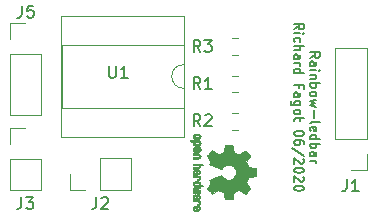
<source format=gto>
%TF.GenerationSoftware,KiCad,Pcbnew,(5.1.6)-1*%
%TF.CreationDate,2020-09-24T16:39:52+02:00*%
%TF.ProjectId,rainbow-ledbar-CMS,7261696e-626f-4772-9d6c-65646261722d,rev?*%
%TF.SameCoordinates,Original*%
%TF.FileFunction,Legend,Top*%
%TF.FilePolarity,Positive*%
%FSLAX46Y46*%
G04 Gerber Fmt 4.6, Leading zero omitted, Abs format (unit mm)*
G04 Created by KiCad (PCBNEW (5.1.6)-1) date 2020-09-24 16:39:52*
%MOMM*%
%LPD*%
G01*
G04 APERTURE LIST*
%ADD10C,0.150000*%
%ADD11C,0.010000*%
%ADD12C,0.120000*%
G04 APERTURE END LIST*
D10*
X167613095Y-77159523D02*
X167994047Y-76892857D01*
X167613095Y-76702380D02*
X168413095Y-76702380D01*
X168413095Y-77007142D01*
X168375000Y-77083333D01*
X168336904Y-77121428D01*
X168260714Y-77159523D01*
X168146428Y-77159523D01*
X168070238Y-77121428D01*
X168032142Y-77083333D01*
X167994047Y-77007142D01*
X167994047Y-76702380D01*
X167613095Y-77845238D02*
X168032142Y-77845238D01*
X168108333Y-77807142D01*
X168146428Y-77730952D01*
X168146428Y-77578571D01*
X168108333Y-77502380D01*
X167651190Y-77845238D02*
X167613095Y-77769047D01*
X167613095Y-77578571D01*
X167651190Y-77502380D01*
X167727380Y-77464285D01*
X167803571Y-77464285D01*
X167879761Y-77502380D01*
X167917857Y-77578571D01*
X167917857Y-77769047D01*
X167955952Y-77845238D01*
X167613095Y-78226190D02*
X168146428Y-78226190D01*
X168413095Y-78226190D02*
X168375000Y-78188095D01*
X168336904Y-78226190D01*
X168375000Y-78264285D01*
X168413095Y-78226190D01*
X168336904Y-78226190D01*
X168146428Y-78607142D02*
X167613095Y-78607142D01*
X168070238Y-78607142D02*
X168108333Y-78645238D01*
X168146428Y-78721428D01*
X168146428Y-78835714D01*
X168108333Y-78911904D01*
X168032142Y-78950000D01*
X167613095Y-78950000D01*
X167613095Y-79330952D02*
X168413095Y-79330952D01*
X168108333Y-79330952D02*
X168146428Y-79407142D01*
X168146428Y-79559523D01*
X168108333Y-79635714D01*
X168070238Y-79673809D01*
X167994047Y-79711904D01*
X167765476Y-79711904D01*
X167689285Y-79673809D01*
X167651190Y-79635714D01*
X167613095Y-79559523D01*
X167613095Y-79407142D01*
X167651190Y-79330952D01*
X167613095Y-80169047D02*
X167651190Y-80092857D01*
X167689285Y-80054761D01*
X167765476Y-80016666D01*
X167994047Y-80016666D01*
X168070238Y-80054761D01*
X168108333Y-80092857D01*
X168146428Y-80169047D01*
X168146428Y-80283333D01*
X168108333Y-80359523D01*
X168070238Y-80397619D01*
X167994047Y-80435714D01*
X167765476Y-80435714D01*
X167689285Y-80397619D01*
X167651190Y-80359523D01*
X167613095Y-80283333D01*
X167613095Y-80169047D01*
X168146428Y-80702380D02*
X167613095Y-80854761D01*
X167994047Y-81007142D01*
X167613095Y-81159523D01*
X168146428Y-81311904D01*
X167917857Y-81616666D02*
X167917857Y-82226190D01*
X167613095Y-82721428D02*
X167651190Y-82645238D01*
X167727380Y-82607142D01*
X168413095Y-82607142D01*
X167651190Y-83330952D02*
X167613095Y-83254761D01*
X167613095Y-83102380D01*
X167651190Y-83026190D01*
X167727380Y-82988095D01*
X168032142Y-82988095D01*
X168108333Y-83026190D01*
X168146428Y-83102380D01*
X168146428Y-83254761D01*
X168108333Y-83330952D01*
X168032142Y-83369047D01*
X167955952Y-83369047D01*
X167879761Y-82988095D01*
X167613095Y-84054761D02*
X168413095Y-84054761D01*
X167651190Y-84054761D02*
X167613095Y-83978571D01*
X167613095Y-83826190D01*
X167651190Y-83750000D01*
X167689285Y-83711904D01*
X167765476Y-83673809D01*
X167994047Y-83673809D01*
X168070238Y-83711904D01*
X168108333Y-83750000D01*
X168146428Y-83826190D01*
X168146428Y-83978571D01*
X168108333Y-84054761D01*
X167613095Y-84435714D02*
X168413095Y-84435714D01*
X168108333Y-84435714D02*
X168146428Y-84511904D01*
X168146428Y-84664285D01*
X168108333Y-84740476D01*
X168070238Y-84778571D01*
X167994047Y-84816666D01*
X167765476Y-84816666D01*
X167689285Y-84778571D01*
X167651190Y-84740476D01*
X167613095Y-84664285D01*
X167613095Y-84511904D01*
X167651190Y-84435714D01*
X167613095Y-85502380D02*
X168032142Y-85502380D01*
X168108333Y-85464285D01*
X168146428Y-85388095D01*
X168146428Y-85235714D01*
X168108333Y-85159523D01*
X167651190Y-85502380D02*
X167613095Y-85426190D01*
X167613095Y-85235714D01*
X167651190Y-85159523D01*
X167727380Y-85121428D01*
X167803571Y-85121428D01*
X167879761Y-85159523D01*
X167917857Y-85235714D01*
X167917857Y-85426190D01*
X167955952Y-85502380D01*
X167613095Y-85883333D02*
X168146428Y-85883333D01*
X167994047Y-85883333D02*
X168070238Y-85921428D01*
X168108333Y-85959523D01*
X168146428Y-86035714D01*
X168146428Y-86111904D01*
X166263095Y-74759523D02*
X166644047Y-74492857D01*
X166263095Y-74302380D02*
X167063095Y-74302380D01*
X167063095Y-74607142D01*
X167025000Y-74683333D01*
X166986904Y-74721428D01*
X166910714Y-74759523D01*
X166796428Y-74759523D01*
X166720238Y-74721428D01*
X166682142Y-74683333D01*
X166644047Y-74607142D01*
X166644047Y-74302380D01*
X166263095Y-75102380D02*
X166796428Y-75102380D01*
X167063095Y-75102380D02*
X167025000Y-75064285D01*
X166986904Y-75102380D01*
X167025000Y-75140476D01*
X167063095Y-75102380D01*
X166986904Y-75102380D01*
X166301190Y-75826190D02*
X166263095Y-75750000D01*
X166263095Y-75597619D01*
X166301190Y-75521428D01*
X166339285Y-75483333D01*
X166415476Y-75445238D01*
X166644047Y-75445238D01*
X166720238Y-75483333D01*
X166758333Y-75521428D01*
X166796428Y-75597619D01*
X166796428Y-75750000D01*
X166758333Y-75826190D01*
X166263095Y-76169047D02*
X167063095Y-76169047D01*
X166263095Y-76511904D02*
X166682142Y-76511904D01*
X166758333Y-76473809D01*
X166796428Y-76397619D01*
X166796428Y-76283333D01*
X166758333Y-76207142D01*
X166720238Y-76169047D01*
X166263095Y-77235714D02*
X166682142Y-77235714D01*
X166758333Y-77197619D01*
X166796428Y-77121428D01*
X166796428Y-76969047D01*
X166758333Y-76892857D01*
X166301190Y-77235714D02*
X166263095Y-77159523D01*
X166263095Y-76969047D01*
X166301190Y-76892857D01*
X166377380Y-76854761D01*
X166453571Y-76854761D01*
X166529761Y-76892857D01*
X166567857Y-76969047D01*
X166567857Y-77159523D01*
X166605952Y-77235714D01*
X166263095Y-77616666D02*
X166796428Y-77616666D01*
X166644047Y-77616666D02*
X166720238Y-77654761D01*
X166758333Y-77692857D01*
X166796428Y-77769047D01*
X166796428Y-77845238D01*
X166263095Y-78454761D02*
X167063095Y-78454761D01*
X166301190Y-78454761D02*
X166263095Y-78378571D01*
X166263095Y-78226190D01*
X166301190Y-78150000D01*
X166339285Y-78111904D01*
X166415476Y-78073809D01*
X166644047Y-78073809D01*
X166720238Y-78111904D01*
X166758333Y-78150000D01*
X166796428Y-78226190D01*
X166796428Y-78378571D01*
X166758333Y-78454761D01*
X166682142Y-79711904D02*
X166682142Y-79445238D01*
X166263095Y-79445238D02*
X167063095Y-79445238D01*
X167063095Y-79826190D01*
X166263095Y-80473809D02*
X166682142Y-80473809D01*
X166758333Y-80435714D01*
X166796428Y-80359523D01*
X166796428Y-80207142D01*
X166758333Y-80130952D01*
X166301190Y-80473809D02*
X166263095Y-80397619D01*
X166263095Y-80207142D01*
X166301190Y-80130952D01*
X166377380Y-80092857D01*
X166453571Y-80092857D01*
X166529761Y-80130952D01*
X166567857Y-80207142D01*
X166567857Y-80397619D01*
X166605952Y-80473809D01*
X166796428Y-81197619D02*
X166148809Y-81197619D01*
X166072619Y-81159523D01*
X166034523Y-81121428D01*
X165996428Y-81045238D01*
X165996428Y-80930952D01*
X166034523Y-80854761D01*
X166301190Y-81197619D02*
X166263095Y-81121428D01*
X166263095Y-80969047D01*
X166301190Y-80892857D01*
X166339285Y-80854761D01*
X166415476Y-80816666D01*
X166644047Y-80816666D01*
X166720238Y-80854761D01*
X166758333Y-80892857D01*
X166796428Y-80969047D01*
X166796428Y-81121428D01*
X166758333Y-81197619D01*
X166263095Y-81692857D02*
X166301190Y-81616666D01*
X166339285Y-81578571D01*
X166415476Y-81540476D01*
X166644047Y-81540476D01*
X166720238Y-81578571D01*
X166758333Y-81616666D01*
X166796428Y-81692857D01*
X166796428Y-81807142D01*
X166758333Y-81883333D01*
X166720238Y-81921428D01*
X166644047Y-81959523D01*
X166415476Y-81959523D01*
X166339285Y-81921428D01*
X166301190Y-81883333D01*
X166263095Y-81807142D01*
X166263095Y-81692857D01*
X166796428Y-82188095D02*
X166796428Y-82492857D01*
X167063095Y-82302380D02*
X166377380Y-82302380D01*
X166301190Y-82340476D01*
X166263095Y-82416666D01*
X166263095Y-82492857D01*
X167063095Y-83521428D02*
X167063095Y-83597619D01*
X167025000Y-83673809D01*
X166986904Y-83711904D01*
X166910714Y-83750000D01*
X166758333Y-83788095D01*
X166567857Y-83788095D01*
X166415476Y-83750000D01*
X166339285Y-83711904D01*
X166301190Y-83673809D01*
X166263095Y-83597619D01*
X166263095Y-83521428D01*
X166301190Y-83445238D01*
X166339285Y-83407142D01*
X166415476Y-83369047D01*
X166567857Y-83330952D01*
X166758333Y-83330952D01*
X166910714Y-83369047D01*
X166986904Y-83407142D01*
X167025000Y-83445238D01*
X167063095Y-83521428D01*
X167063095Y-84473809D02*
X167063095Y-84321428D01*
X167025000Y-84245238D01*
X166986904Y-84207142D01*
X166872619Y-84130952D01*
X166720238Y-84092857D01*
X166415476Y-84092857D01*
X166339285Y-84130952D01*
X166301190Y-84169047D01*
X166263095Y-84245238D01*
X166263095Y-84397619D01*
X166301190Y-84473809D01*
X166339285Y-84511904D01*
X166415476Y-84550000D01*
X166605952Y-84550000D01*
X166682142Y-84511904D01*
X166720238Y-84473809D01*
X166758333Y-84397619D01*
X166758333Y-84245238D01*
X166720238Y-84169047D01*
X166682142Y-84130952D01*
X166605952Y-84092857D01*
X167101190Y-85464285D02*
X166072619Y-84778571D01*
X166986904Y-85692857D02*
X167025000Y-85730952D01*
X167063095Y-85807142D01*
X167063095Y-85997619D01*
X167025000Y-86073809D01*
X166986904Y-86111904D01*
X166910714Y-86150000D01*
X166834523Y-86150000D01*
X166720238Y-86111904D01*
X166263095Y-85654761D01*
X166263095Y-86150000D01*
X167063095Y-86645238D02*
X167063095Y-86721428D01*
X167025000Y-86797619D01*
X166986904Y-86835714D01*
X166910714Y-86873809D01*
X166758333Y-86911904D01*
X166567857Y-86911904D01*
X166415476Y-86873809D01*
X166339285Y-86835714D01*
X166301190Y-86797619D01*
X166263095Y-86721428D01*
X166263095Y-86645238D01*
X166301190Y-86569047D01*
X166339285Y-86530952D01*
X166415476Y-86492857D01*
X166567857Y-86454761D01*
X166758333Y-86454761D01*
X166910714Y-86492857D01*
X166986904Y-86530952D01*
X167025000Y-86569047D01*
X167063095Y-86645238D01*
X166986904Y-87216666D02*
X167025000Y-87254761D01*
X167063095Y-87330952D01*
X167063095Y-87521428D01*
X167025000Y-87597619D01*
X166986904Y-87635714D01*
X166910714Y-87673809D01*
X166834523Y-87673809D01*
X166720238Y-87635714D01*
X166263095Y-87178571D01*
X166263095Y-87673809D01*
X167063095Y-88169047D02*
X167063095Y-88245238D01*
X167025000Y-88321428D01*
X166986904Y-88359523D01*
X166910714Y-88397619D01*
X166758333Y-88435714D01*
X166567857Y-88435714D01*
X166415476Y-88397619D01*
X166339285Y-88359523D01*
X166301190Y-88321428D01*
X166263095Y-88245238D01*
X166263095Y-88169047D01*
X166301190Y-88092857D01*
X166339285Y-88054761D01*
X166415476Y-88016666D01*
X166567857Y-87978571D01*
X166758333Y-87978571D01*
X166910714Y-88016666D01*
X166986904Y-88054761D01*
X167025000Y-88092857D01*
X167063095Y-88169047D01*
D11*
%TO.C,REF\u002A\u002A*%
G36*
X163007652Y-86953910D02*
G01*
X163007222Y-87032454D01*
X163006058Y-87089298D01*
X163003793Y-87128105D01*
X163000060Y-87152538D01*
X162994494Y-87166262D01*
X162986727Y-87172940D01*
X162976395Y-87176236D01*
X162975057Y-87176556D01*
X162950921Y-87181562D01*
X162903299Y-87190829D01*
X162837259Y-87203392D01*
X162757872Y-87218287D01*
X162670204Y-87234551D01*
X162667125Y-87235119D01*
X162581211Y-87251410D01*
X162505304Y-87266652D01*
X162443955Y-87279861D01*
X162401718Y-87290054D01*
X162383145Y-87296248D01*
X162382816Y-87296543D01*
X162373747Y-87314788D01*
X162358633Y-87352405D01*
X162340738Y-87401271D01*
X162340642Y-87401543D01*
X162317507Y-87463093D01*
X162288035Y-87535657D01*
X162258403Y-87604057D01*
X162256938Y-87607294D01*
X162206374Y-87718702D01*
X162374840Y-87965399D01*
X162426197Y-88041077D01*
X162472111Y-88109631D01*
X162509970Y-88167088D01*
X162537163Y-88209476D01*
X162551079Y-88232825D01*
X162552111Y-88235042D01*
X162547516Y-88252010D01*
X162525345Y-88283701D01*
X162484553Y-88331352D01*
X162424095Y-88396198D01*
X162359773Y-88462397D01*
X162296388Y-88526214D01*
X162238549Y-88583329D01*
X162189825Y-88630305D01*
X162153790Y-88663703D01*
X162134016Y-88680085D01*
X162132998Y-88680694D01*
X162119428Y-88682505D01*
X162097267Y-88675683D01*
X162063522Y-88658540D01*
X162015200Y-88629393D01*
X161949308Y-88586555D01*
X161864483Y-88529448D01*
X161789823Y-88478766D01*
X161722860Y-88433461D01*
X161667484Y-88396150D01*
X161627580Y-88369452D01*
X161607038Y-88355985D01*
X161605644Y-88355137D01*
X161585962Y-88356781D01*
X161547707Y-88369245D01*
X161498111Y-88390048D01*
X161482272Y-88397462D01*
X161411710Y-88429814D01*
X161331647Y-88464328D01*
X161262371Y-88492365D01*
X161210955Y-88512568D01*
X161171881Y-88528615D01*
X161151459Y-88537888D01*
X161149886Y-88539041D01*
X161147279Y-88556096D01*
X161140137Y-88596298D01*
X161129477Y-88654302D01*
X161116315Y-88724763D01*
X161101667Y-88802335D01*
X161086551Y-88881672D01*
X161071982Y-88957431D01*
X161058978Y-89024264D01*
X161048555Y-89076828D01*
X161041730Y-89109776D01*
X161039801Y-89117857D01*
X161035038Y-89126205D01*
X161024282Y-89132506D01*
X161003902Y-89137045D01*
X160970266Y-89140104D01*
X160919745Y-89141967D01*
X160848708Y-89142918D01*
X160753524Y-89143240D01*
X160714508Y-89143257D01*
X160397201Y-89143257D01*
X160382161Y-89067057D01*
X160374005Y-89024663D01*
X160362101Y-88961400D01*
X160347884Y-88884962D01*
X160332790Y-88803043D01*
X160328645Y-88780400D01*
X160313947Y-88704806D01*
X160299495Y-88638953D01*
X160286625Y-88588366D01*
X160276678Y-88558574D01*
X160273713Y-88553612D01*
X160252717Y-88541426D01*
X160212033Y-88523953D01*
X160159678Y-88504577D01*
X160148400Y-88500734D01*
X160078477Y-88475339D01*
X159999582Y-88443817D01*
X159928734Y-88412969D01*
X159928405Y-88412817D01*
X159817267Y-88361447D01*
X159568747Y-88530399D01*
X159320228Y-88699352D01*
X159102942Y-88482429D01*
X159038274Y-88416819D01*
X158981267Y-88356979D01*
X158934967Y-88306267D01*
X158902416Y-88268046D01*
X158886657Y-88245675D01*
X158885657Y-88242466D01*
X158893531Y-88223626D01*
X158915422Y-88185180D01*
X158948733Y-88131330D01*
X158990869Y-88066276D01*
X159038057Y-87995940D01*
X159086190Y-87924555D01*
X159128072Y-87860908D01*
X159161129Y-87809041D01*
X159182782Y-87772995D01*
X159190457Y-87756867D01*
X159183963Y-87737189D01*
X159166850Y-87699875D01*
X159142674Y-87652621D01*
X159139987Y-87647612D01*
X159108073Y-87583977D01*
X159092421Y-87540341D01*
X159092255Y-87513202D01*
X159106796Y-87499057D01*
X159107000Y-87498975D01*
X159124221Y-87491905D01*
X159165101Y-87475042D01*
X159226475Y-87449695D01*
X159305181Y-87417171D01*
X159398053Y-87378778D01*
X159501928Y-87335822D01*
X159602498Y-87294222D01*
X159713484Y-87248504D01*
X159816297Y-87206526D01*
X159907785Y-87169548D01*
X159984799Y-87138827D01*
X160044185Y-87115622D01*
X160082791Y-87101190D01*
X160097200Y-87096743D01*
X160113728Y-87107896D01*
X160140070Y-87137069D01*
X160169113Y-87175971D01*
X160260961Y-87286757D01*
X160366241Y-87373351D01*
X160482734Y-87434716D01*
X160608224Y-87469815D01*
X160740493Y-87477608D01*
X160801543Y-87471943D01*
X160928205Y-87441078D01*
X161040059Y-87387920D01*
X161135999Y-87315767D01*
X161214924Y-87227917D01*
X161275730Y-87127665D01*
X161317313Y-87018310D01*
X161338572Y-86903147D01*
X161338401Y-86785475D01*
X161315699Y-86668590D01*
X161269362Y-86555789D01*
X161198287Y-86450369D01*
X161158089Y-86406368D01*
X161054871Y-86321979D01*
X160942075Y-86263222D01*
X160822990Y-86229704D01*
X160700905Y-86221035D01*
X160579107Y-86236823D01*
X160460884Y-86276678D01*
X160349525Y-86340207D01*
X160248316Y-86427021D01*
X160169113Y-86524029D01*
X160138838Y-86564437D01*
X160112781Y-86592982D01*
X160097175Y-86603257D01*
X160080157Y-86597877D01*
X160039500Y-86582575D01*
X159978358Y-86558612D01*
X159899881Y-86527244D01*
X159807220Y-86489732D01*
X159703528Y-86447333D01*
X159602474Y-86405663D01*
X159491393Y-86359690D01*
X159388459Y-86317107D01*
X159296835Y-86279221D01*
X159219684Y-86247340D01*
X159160169Y-86222771D01*
X159121456Y-86206820D01*
X159107000Y-86200910D01*
X159092315Y-86186948D01*
X159092358Y-86159940D01*
X159107901Y-86116413D01*
X159139716Y-86052890D01*
X159139987Y-86052388D01*
X159164677Y-86004560D01*
X159182662Y-85965897D01*
X159190386Y-85944095D01*
X159190457Y-85943133D01*
X159182622Y-85926721D01*
X159160835Y-85890487D01*
X159127672Y-85838474D01*
X159085709Y-85774725D01*
X159038057Y-85704060D01*
X158989809Y-85632116D01*
X158947849Y-85567274D01*
X158914773Y-85513735D01*
X158893179Y-85475697D01*
X158885657Y-85457533D01*
X158895543Y-85440808D01*
X158923174Y-85407180D01*
X158965505Y-85360010D01*
X159019495Y-85302658D01*
X159082101Y-85238484D01*
X159103017Y-85217497D01*
X159320377Y-85000499D01*
X159562780Y-85165668D01*
X159637219Y-85215864D01*
X159704028Y-85259919D01*
X159759335Y-85295362D01*
X159799271Y-85319719D01*
X159819964Y-85330522D01*
X159821437Y-85330838D01*
X159840942Y-85325143D01*
X159880178Y-85309826D01*
X159932570Y-85287537D01*
X159967645Y-85271893D01*
X160034799Y-85242641D01*
X160102642Y-85215094D01*
X160159966Y-85193737D01*
X160177428Y-85187935D01*
X160224062Y-85171452D01*
X160260095Y-85155340D01*
X160273713Y-85146490D01*
X160282048Y-85126960D01*
X160293863Y-85084334D01*
X160307819Y-85024145D01*
X160322578Y-84951922D01*
X160328645Y-84919600D01*
X160343727Y-84837522D01*
X160358331Y-84758795D01*
X160371020Y-84691109D01*
X160380358Y-84642160D01*
X160382161Y-84632943D01*
X160397201Y-84556743D01*
X160714508Y-84556743D01*
X160818846Y-84556914D01*
X160897787Y-84557616D01*
X160954962Y-84559134D01*
X160994001Y-84561749D01*
X161018535Y-84565746D01*
X161032195Y-84571409D01*
X161038611Y-84579020D01*
X161039801Y-84582143D01*
X161044020Y-84600978D01*
X161052438Y-84642588D01*
X161064039Y-84701630D01*
X161077805Y-84772757D01*
X161092720Y-84850625D01*
X161107768Y-84929887D01*
X161121931Y-85005198D01*
X161134194Y-85071213D01*
X161143539Y-85122587D01*
X161148950Y-85153975D01*
X161149886Y-85160959D01*
X161162404Y-85167285D01*
X161195754Y-85181290D01*
X161243623Y-85200355D01*
X161262371Y-85207634D01*
X161334805Y-85236996D01*
X161414830Y-85271571D01*
X161482272Y-85302537D01*
X161533841Y-85325323D01*
X161576215Y-85340482D01*
X161602166Y-85345542D01*
X161605644Y-85344736D01*
X161622064Y-85334041D01*
X161658583Y-85309620D01*
X161711313Y-85274095D01*
X161776365Y-85230087D01*
X161849849Y-85180217D01*
X161864355Y-85170356D01*
X161950296Y-85112492D01*
X162015739Y-85069956D01*
X162063696Y-85041054D01*
X162097180Y-85024090D01*
X162119205Y-85017367D01*
X162132783Y-85019190D01*
X162132869Y-85019236D01*
X162150703Y-85033586D01*
X162185183Y-85065323D01*
X162232732Y-85111010D01*
X162289778Y-85167204D01*
X162352745Y-85230468D01*
X162359773Y-85237602D01*
X162436980Y-85317330D01*
X162493670Y-85378857D01*
X162530890Y-85423421D01*
X162549685Y-85452257D01*
X162552111Y-85464958D01*
X162541529Y-85483494D01*
X162517084Y-85521961D01*
X162481388Y-85576386D01*
X162437053Y-85642798D01*
X162386689Y-85717225D01*
X162374840Y-85734601D01*
X162206374Y-85981297D01*
X162256938Y-86092706D01*
X162286405Y-86160457D01*
X162316041Y-86233183D01*
X162339670Y-86295703D01*
X162340642Y-86298457D01*
X162358543Y-86347360D01*
X162373680Y-86385057D01*
X162382790Y-86403425D01*
X162382816Y-86403456D01*
X162399283Y-86409285D01*
X162439781Y-86419192D01*
X162499758Y-86432195D01*
X162574660Y-86447309D01*
X162659936Y-86463552D01*
X162667125Y-86464881D01*
X162754986Y-86481175D01*
X162834740Y-86496133D01*
X162901319Y-86508791D01*
X162949653Y-86518186D01*
X162974675Y-86523354D01*
X162975057Y-86523444D01*
X162985701Y-86526589D01*
X162993738Y-86532704D01*
X162999533Y-86545453D01*
X163003453Y-86568500D01*
X163005865Y-86605509D01*
X163007135Y-86660144D01*
X163007629Y-86736067D01*
X163007714Y-86836944D01*
X163007714Y-86850000D01*
X163007652Y-86953910D01*
G37*
X163007652Y-86953910D02*
X163007222Y-87032454D01*
X163006058Y-87089298D01*
X163003793Y-87128105D01*
X163000060Y-87152538D01*
X162994494Y-87166262D01*
X162986727Y-87172940D01*
X162976395Y-87176236D01*
X162975057Y-87176556D01*
X162950921Y-87181562D01*
X162903299Y-87190829D01*
X162837259Y-87203392D01*
X162757872Y-87218287D01*
X162670204Y-87234551D01*
X162667125Y-87235119D01*
X162581211Y-87251410D01*
X162505304Y-87266652D01*
X162443955Y-87279861D01*
X162401718Y-87290054D01*
X162383145Y-87296248D01*
X162382816Y-87296543D01*
X162373747Y-87314788D01*
X162358633Y-87352405D01*
X162340738Y-87401271D01*
X162340642Y-87401543D01*
X162317507Y-87463093D01*
X162288035Y-87535657D01*
X162258403Y-87604057D01*
X162256938Y-87607294D01*
X162206374Y-87718702D01*
X162374840Y-87965399D01*
X162426197Y-88041077D01*
X162472111Y-88109631D01*
X162509970Y-88167088D01*
X162537163Y-88209476D01*
X162551079Y-88232825D01*
X162552111Y-88235042D01*
X162547516Y-88252010D01*
X162525345Y-88283701D01*
X162484553Y-88331352D01*
X162424095Y-88396198D01*
X162359773Y-88462397D01*
X162296388Y-88526214D01*
X162238549Y-88583329D01*
X162189825Y-88630305D01*
X162153790Y-88663703D01*
X162134016Y-88680085D01*
X162132998Y-88680694D01*
X162119428Y-88682505D01*
X162097267Y-88675683D01*
X162063522Y-88658540D01*
X162015200Y-88629393D01*
X161949308Y-88586555D01*
X161864483Y-88529448D01*
X161789823Y-88478766D01*
X161722860Y-88433461D01*
X161667484Y-88396150D01*
X161627580Y-88369452D01*
X161607038Y-88355985D01*
X161605644Y-88355137D01*
X161585962Y-88356781D01*
X161547707Y-88369245D01*
X161498111Y-88390048D01*
X161482272Y-88397462D01*
X161411710Y-88429814D01*
X161331647Y-88464328D01*
X161262371Y-88492365D01*
X161210955Y-88512568D01*
X161171881Y-88528615D01*
X161151459Y-88537888D01*
X161149886Y-88539041D01*
X161147279Y-88556096D01*
X161140137Y-88596298D01*
X161129477Y-88654302D01*
X161116315Y-88724763D01*
X161101667Y-88802335D01*
X161086551Y-88881672D01*
X161071982Y-88957431D01*
X161058978Y-89024264D01*
X161048555Y-89076828D01*
X161041730Y-89109776D01*
X161039801Y-89117857D01*
X161035038Y-89126205D01*
X161024282Y-89132506D01*
X161003902Y-89137045D01*
X160970266Y-89140104D01*
X160919745Y-89141967D01*
X160848708Y-89142918D01*
X160753524Y-89143240D01*
X160714508Y-89143257D01*
X160397201Y-89143257D01*
X160382161Y-89067057D01*
X160374005Y-89024663D01*
X160362101Y-88961400D01*
X160347884Y-88884962D01*
X160332790Y-88803043D01*
X160328645Y-88780400D01*
X160313947Y-88704806D01*
X160299495Y-88638953D01*
X160286625Y-88588366D01*
X160276678Y-88558574D01*
X160273713Y-88553612D01*
X160252717Y-88541426D01*
X160212033Y-88523953D01*
X160159678Y-88504577D01*
X160148400Y-88500734D01*
X160078477Y-88475339D01*
X159999582Y-88443817D01*
X159928734Y-88412969D01*
X159928405Y-88412817D01*
X159817267Y-88361447D01*
X159568747Y-88530399D01*
X159320228Y-88699352D01*
X159102942Y-88482429D01*
X159038274Y-88416819D01*
X158981267Y-88356979D01*
X158934967Y-88306267D01*
X158902416Y-88268046D01*
X158886657Y-88245675D01*
X158885657Y-88242466D01*
X158893531Y-88223626D01*
X158915422Y-88185180D01*
X158948733Y-88131330D01*
X158990869Y-88066276D01*
X159038057Y-87995940D01*
X159086190Y-87924555D01*
X159128072Y-87860908D01*
X159161129Y-87809041D01*
X159182782Y-87772995D01*
X159190457Y-87756867D01*
X159183963Y-87737189D01*
X159166850Y-87699875D01*
X159142674Y-87652621D01*
X159139987Y-87647612D01*
X159108073Y-87583977D01*
X159092421Y-87540341D01*
X159092255Y-87513202D01*
X159106796Y-87499057D01*
X159107000Y-87498975D01*
X159124221Y-87491905D01*
X159165101Y-87475042D01*
X159226475Y-87449695D01*
X159305181Y-87417171D01*
X159398053Y-87378778D01*
X159501928Y-87335822D01*
X159602498Y-87294222D01*
X159713484Y-87248504D01*
X159816297Y-87206526D01*
X159907785Y-87169548D01*
X159984799Y-87138827D01*
X160044185Y-87115622D01*
X160082791Y-87101190D01*
X160097200Y-87096743D01*
X160113728Y-87107896D01*
X160140070Y-87137069D01*
X160169113Y-87175971D01*
X160260961Y-87286757D01*
X160366241Y-87373351D01*
X160482734Y-87434716D01*
X160608224Y-87469815D01*
X160740493Y-87477608D01*
X160801543Y-87471943D01*
X160928205Y-87441078D01*
X161040059Y-87387920D01*
X161135999Y-87315767D01*
X161214924Y-87227917D01*
X161275730Y-87127665D01*
X161317313Y-87018310D01*
X161338572Y-86903147D01*
X161338401Y-86785475D01*
X161315699Y-86668590D01*
X161269362Y-86555789D01*
X161198287Y-86450369D01*
X161158089Y-86406368D01*
X161054871Y-86321979D01*
X160942075Y-86263222D01*
X160822990Y-86229704D01*
X160700905Y-86221035D01*
X160579107Y-86236823D01*
X160460884Y-86276678D01*
X160349525Y-86340207D01*
X160248316Y-86427021D01*
X160169113Y-86524029D01*
X160138838Y-86564437D01*
X160112781Y-86592982D01*
X160097175Y-86603257D01*
X160080157Y-86597877D01*
X160039500Y-86582575D01*
X159978358Y-86558612D01*
X159899881Y-86527244D01*
X159807220Y-86489732D01*
X159703528Y-86447333D01*
X159602474Y-86405663D01*
X159491393Y-86359690D01*
X159388459Y-86317107D01*
X159296835Y-86279221D01*
X159219684Y-86247340D01*
X159160169Y-86222771D01*
X159121456Y-86206820D01*
X159107000Y-86200910D01*
X159092315Y-86186948D01*
X159092358Y-86159940D01*
X159107901Y-86116413D01*
X159139716Y-86052890D01*
X159139987Y-86052388D01*
X159164677Y-86004560D01*
X159182662Y-85965897D01*
X159190386Y-85944095D01*
X159190457Y-85943133D01*
X159182622Y-85926721D01*
X159160835Y-85890487D01*
X159127672Y-85838474D01*
X159085709Y-85774725D01*
X159038057Y-85704060D01*
X158989809Y-85632116D01*
X158947849Y-85567274D01*
X158914773Y-85513735D01*
X158893179Y-85475697D01*
X158885657Y-85457533D01*
X158895543Y-85440808D01*
X158923174Y-85407180D01*
X158965505Y-85360010D01*
X159019495Y-85302658D01*
X159082101Y-85238484D01*
X159103017Y-85217497D01*
X159320377Y-85000499D01*
X159562780Y-85165668D01*
X159637219Y-85215864D01*
X159704028Y-85259919D01*
X159759335Y-85295362D01*
X159799271Y-85319719D01*
X159819964Y-85330522D01*
X159821437Y-85330838D01*
X159840942Y-85325143D01*
X159880178Y-85309826D01*
X159932570Y-85287537D01*
X159967645Y-85271893D01*
X160034799Y-85242641D01*
X160102642Y-85215094D01*
X160159966Y-85193737D01*
X160177428Y-85187935D01*
X160224062Y-85171452D01*
X160260095Y-85155340D01*
X160273713Y-85146490D01*
X160282048Y-85126960D01*
X160293863Y-85084334D01*
X160307819Y-85024145D01*
X160322578Y-84951922D01*
X160328645Y-84919600D01*
X160343727Y-84837522D01*
X160358331Y-84758795D01*
X160371020Y-84691109D01*
X160380358Y-84642160D01*
X160382161Y-84632943D01*
X160397201Y-84556743D01*
X160714508Y-84556743D01*
X160818846Y-84556914D01*
X160897787Y-84557616D01*
X160954962Y-84559134D01*
X160994001Y-84561749D01*
X161018535Y-84565746D01*
X161032195Y-84571409D01*
X161038611Y-84579020D01*
X161039801Y-84582143D01*
X161044020Y-84600978D01*
X161052438Y-84642588D01*
X161064039Y-84701630D01*
X161077805Y-84772757D01*
X161092720Y-84850625D01*
X161107768Y-84929887D01*
X161121931Y-85005198D01*
X161134194Y-85071213D01*
X161143539Y-85122587D01*
X161148950Y-85153975D01*
X161149886Y-85160959D01*
X161162404Y-85167285D01*
X161195754Y-85181290D01*
X161243623Y-85200355D01*
X161262371Y-85207634D01*
X161334805Y-85236996D01*
X161414830Y-85271571D01*
X161482272Y-85302537D01*
X161533841Y-85325323D01*
X161576215Y-85340482D01*
X161602166Y-85345542D01*
X161605644Y-85344736D01*
X161622064Y-85334041D01*
X161658583Y-85309620D01*
X161711313Y-85274095D01*
X161776365Y-85230087D01*
X161849849Y-85180217D01*
X161864355Y-85170356D01*
X161950296Y-85112492D01*
X162015739Y-85069956D01*
X162063696Y-85041054D01*
X162097180Y-85024090D01*
X162119205Y-85017367D01*
X162132783Y-85019190D01*
X162132869Y-85019236D01*
X162150703Y-85033586D01*
X162185183Y-85065323D01*
X162232732Y-85111010D01*
X162289778Y-85167204D01*
X162352745Y-85230468D01*
X162359773Y-85237602D01*
X162436980Y-85317330D01*
X162493670Y-85378857D01*
X162530890Y-85423421D01*
X162549685Y-85452257D01*
X162552111Y-85464958D01*
X162541529Y-85483494D01*
X162517084Y-85521961D01*
X162481388Y-85576386D01*
X162437053Y-85642798D01*
X162386689Y-85717225D01*
X162374840Y-85734601D01*
X162206374Y-85981297D01*
X162256938Y-86092706D01*
X162286405Y-86160457D01*
X162316041Y-86233183D01*
X162339670Y-86295703D01*
X162340642Y-86298457D01*
X162358543Y-86347360D01*
X162373680Y-86385057D01*
X162382790Y-86403425D01*
X162382816Y-86403456D01*
X162399283Y-86409285D01*
X162439781Y-86419192D01*
X162499758Y-86432195D01*
X162574660Y-86447309D01*
X162659936Y-86463552D01*
X162667125Y-86464881D01*
X162754986Y-86481175D01*
X162834740Y-86496133D01*
X162901319Y-86508791D01*
X162949653Y-86518186D01*
X162974675Y-86523354D01*
X162975057Y-86523444D01*
X162985701Y-86526589D01*
X162993738Y-86532704D01*
X162999533Y-86545453D01*
X163003453Y-86568500D01*
X163005865Y-86605509D01*
X163007135Y-86660144D01*
X163007629Y-86736067D01*
X163007714Y-86836944D01*
X163007714Y-86850000D01*
X163007652Y-86953910D01*
G36*
X158283034Y-90003595D02*
G01*
X158245503Y-90061021D01*
X158211904Y-90088719D01*
X158150936Y-90110662D01*
X158102692Y-90112405D01*
X158038184Y-90108457D01*
X157973066Y-89959686D01*
X157939798Y-89887349D01*
X157913036Y-89840084D01*
X157889856Y-89815507D01*
X157867333Y-89811237D01*
X157842545Y-89824889D01*
X157826114Y-89839943D01*
X157799765Y-89883746D01*
X157797919Y-89931389D01*
X157818454Y-89975145D01*
X157859248Y-90007289D01*
X157873653Y-90013038D01*
X157918644Y-90040576D01*
X157937818Y-90072258D01*
X157954221Y-90115714D01*
X157892034Y-90115714D01*
X157849717Y-90111872D01*
X157814031Y-90096823D01*
X157773057Y-90065280D01*
X157767733Y-90060592D01*
X157731280Y-90025506D01*
X157711717Y-89995347D01*
X157702717Y-89957615D01*
X157699770Y-89926335D01*
X157699035Y-89870385D01*
X157708340Y-89830555D01*
X157722154Y-89805708D01*
X157752533Y-89766656D01*
X157785387Y-89739625D01*
X157826706Y-89722517D01*
X157882479Y-89713238D01*
X157958695Y-89709693D01*
X157997378Y-89709410D01*
X158043753Y-89710372D01*
X158043753Y-89798007D01*
X158018874Y-89799023D01*
X158014800Y-89801556D01*
X158020335Y-89818274D01*
X158034983Y-89854249D01*
X158055810Y-89902331D01*
X158060286Y-89912386D01*
X158091186Y-89973152D01*
X158118343Y-90006632D01*
X158143780Y-90013990D01*
X158169519Y-89996391D01*
X158180891Y-89981856D01*
X158203636Y-89929410D01*
X158199878Y-89880322D01*
X158172116Y-89839227D01*
X158122848Y-89810758D01*
X158083743Y-89801631D01*
X158043753Y-89798007D01*
X158043753Y-89710372D01*
X158087751Y-89711285D01*
X158154616Y-89718196D01*
X158203305Y-89731884D01*
X158239151Y-89754096D01*
X158267487Y-89786574D01*
X158276645Y-89800733D01*
X158300493Y-89865053D01*
X158301994Y-89935473D01*
X158283034Y-90003595D01*
G37*
X158283034Y-90003595D02*
X158245503Y-90061021D01*
X158211904Y-90088719D01*
X158150936Y-90110662D01*
X158102692Y-90112405D01*
X158038184Y-90108457D01*
X157973066Y-89959686D01*
X157939798Y-89887349D01*
X157913036Y-89840084D01*
X157889856Y-89815507D01*
X157867333Y-89811237D01*
X157842545Y-89824889D01*
X157826114Y-89839943D01*
X157799765Y-89883746D01*
X157797919Y-89931389D01*
X157818454Y-89975145D01*
X157859248Y-90007289D01*
X157873653Y-90013038D01*
X157918644Y-90040576D01*
X157937818Y-90072258D01*
X157954221Y-90115714D01*
X157892034Y-90115714D01*
X157849717Y-90111872D01*
X157814031Y-90096823D01*
X157773057Y-90065280D01*
X157767733Y-90060592D01*
X157731280Y-90025506D01*
X157711717Y-89995347D01*
X157702717Y-89957615D01*
X157699770Y-89926335D01*
X157699035Y-89870385D01*
X157708340Y-89830555D01*
X157722154Y-89805708D01*
X157752533Y-89766656D01*
X157785387Y-89739625D01*
X157826706Y-89722517D01*
X157882479Y-89713238D01*
X157958695Y-89709693D01*
X157997378Y-89709410D01*
X158043753Y-89710372D01*
X158043753Y-89798007D01*
X158018874Y-89799023D01*
X158014800Y-89801556D01*
X158020335Y-89818274D01*
X158034983Y-89854249D01*
X158055810Y-89902331D01*
X158060286Y-89912386D01*
X158091186Y-89973152D01*
X158118343Y-90006632D01*
X158143780Y-90013990D01*
X158169519Y-89996391D01*
X158180891Y-89981856D01*
X158203636Y-89929410D01*
X158199878Y-89880322D01*
X158172116Y-89839227D01*
X158122848Y-89810758D01*
X158083743Y-89801631D01*
X158043753Y-89798007D01*
X158043753Y-89710372D01*
X158087751Y-89711285D01*
X158154616Y-89718196D01*
X158203305Y-89731884D01*
X158239151Y-89754096D01*
X158267487Y-89786574D01*
X158276645Y-89800733D01*
X158300493Y-89865053D01*
X158301994Y-89935473D01*
X158283034Y-90003595D01*
G36*
X158291248Y-89502600D02*
G01*
X158283666Y-89519948D01*
X158250872Y-89561356D01*
X158203453Y-89596765D01*
X158152849Y-89618664D01*
X158127902Y-89622229D01*
X158093073Y-89610279D01*
X158074643Y-89584067D01*
X158063484Y-89555964D01*
X158061428Y-89543095D01*
X158076351Y-89536829D01*
X158108825Y-89524456D01*
X158123498Y-89519028D01*
X158174256Y-89488590D01*
X158199573Y-89444520D01*
X158198794Y-89388010D01*
X158197797Y-89383825D01*
X158183493Y-89353655D01*
X158155607Y-89331476D01*
X158110713Y-89316327D01*
X158045385Y-89307250D01*
X157956196Y-89303286D01*
X157908739Y-89302914D01*
X157833929Y-89302730D01*
X157782931Y-89301522D01*
X157750529Y-89298309D01*
X157731505Y-89292109D01*
X157720644Y-89281940D01*
X157712728Y-89266819D01*
X157712330Y-89265946D01*
X157700019Y-89236828D01*
X157695486Y-89222403D01*
X157709191Y-89220186D01*
X157747075Y-89218289D01*
X157804285Y-89216847D01*
X157875973Y-89215998D01*
X157928435Y-89215829D01*
X158029953Y-89216692D01*
X158106968Y-89220070D01*
X158163977Y-89227142D01*
X158205474Y-89239088D01*
X158235957Y-89257090D01*
X158259920Y-89282327D01*
X158276645Y-89307247D01*
X158298903Y-89367171D01*
X158303924Y-89436911D01*
X158291248Y-89502600D01*
G37*
X158291248Y-89502600D02*
X158283666Y-89519948D01*
X158250872Y-89561356D01*
X158203453Y-89596765D01*
X158152849Y-89618664D01*
X158127902Y-89622229D01*
X158093073Y-89610279D01*
X158074643Y-89584067D01*
X158063484Y-89555964D01*
X158061428Y-89543095D01*
X158076351Y-89536829D01*
X158108825Y-89524456D01*
X158123498Y-89519028D01*
X158174256Y-89488590D01*
X158199573Y-89444520D01*
X158198794Y-89388010D01*
X158197797Y-89383825D01*
X158183493Y-89353655D01*
X158155607Y-89331476D01*
X158110713Y-89316327D01*
X158045385Y-89307250D01*
X157956196Y-89303286D01*
X157908739Y-89302914D01*
X157833929Y-89302730D01*
X157782931Y-89301522D01*
X157750529Y-89298309D01*
X157731505Y-89292109D01*
X157720644Y-89281940D01*
X157712728Y-89266819D01*
X157712330Y-89265946D01*
X157700019Y-89236828D01*
X157695486Y-89222403D01*
X157709191Y-89220186D01*
X157747075Y-89218289D01*
X157804285Y-89216847D01*
X157875973Y-89215998D01*
X157928435Y-89215829D01*
X158029953Y-89216692D01*
X158106968Y-89220070D01*
X158163977Y-89227142D01*
X158205474Y-89239088D01*
X158235957Y-89257090D01*
X158259920Y-89282327D01*
X158276645Y-89307247D01*
X158298903Y-89367171D01*
X158303924Y-89436911D01*
X158291248Y-89502600D01*
G36*
X158293665Y-88994876D02*
G01*
X158274656Y-89036667D01*
X158251622Y-89069469D01*
X158225867Y-89093503D01*
X158192642Y-89110097D01*
X158147200Y-89120577D01*
X158084793Y-89126271D01*
X158000673Y-89128507D01*
X157945279Y-89128743D01*
X157729174Y-89128743D01*
X157712330Y-89091774D01*
X157700019Y-89062656D01*
X157695486Y-89048231D01*
X157708975Y-89045472D01*
X157745347Y-89043282D01*
X157798458Y-89041942D01*
X157840628Y-89041657D01*
X157901553Y-89040434D01*
X157949885Y-89037136D01*
X157979482Y-89032321D01*
X157985771Y-89028496D01*
X157979348Y-89002783D01*
X157962875Y-88962418D01*
X157940542Y-88915679D01*
X157916543Y-88870845D01*
X157895070Y-88836193D01*
X157880315Y-88820002D01*
X157880155Y-88819938D01*
X157852848Y-88821330D01*
X157826781Y-88833818D01*
X157805608Y-88855743D01*
X157798526Y-88887743D01*
X157799351Y-88915092D01*
X157799958Y-88953826D01*
X157790884Y-88974158D01*
X157766908Y-88986369D01*
X157762387Y-88987909D01*
X157728194Y-88993203D01*
X157707432Y-88979047D01*
X157697538Y-88942148D01*
X157695708Y-88902289D01*
X157709273Y-88830562D01*
X157728645Y-88793432D01*
X157774155Y-88747576D01*
X157830017Y-88723256D01*
X157889043Y-88721073D01*
X157944047Y-88741629D01*
X157978514Y-88772549D01*
X157997811Y-88803420D01*
X158022241Y-88851942D01*
X158047015Y-88908485D01*
X158050801Y-88917910D01*
X158078209Y-88980019D01*
X158102366Y-89015822D01*
X158126381Y-89027337D01*
X158153365Y-89016580D01*
X158174457Y-88998114D01*
X158200428Y-88954469D01*
X158202376Y-88906446D01*
X158182363Y-88862406D01*
X158142449Y-88830709D01*
X158132152Y-88826549D01*
X158094276Y-88802327D01*
X158066158Y-88766965D01*
X158043083Y-88722343D01*
X158108515Y-88722343D01*
X158148494Y-88724969D01*
X158180003Y-88736230D01*
X158213622Y-88761199D01*
X158239516Y-88785169D01*
X158276183Y-88822441D01*
X158295879Y-88851401D01*
X158303780Y-88882505D01*
X158305086Y-88917713D01*
X158293665Y-88994876D01*
G37*
X158293665Y-88994876D02*
X158274656Y-89036667D01*
X158251622Y-89069469D01*
X158225867Y-89093503D01*
X158192642Y-89110097D01*
X158147200Y-89120577D01*
X158084793Y-89126271D01*
X158000673Y-89128507D01*
X157945279Y-89128743D01*
X157729174Y-89128743D01*
X157712330Y-89091774D01*
X157700019Y-89062656D01*
X157695486Y-89048231D01*
X157708975Y-89045472D01*
X157745347Y-89043282D01*
X157798458Y-89041942D01*
X157840628Y-89041657D01*
X157901553Y-89040434D01*
X157949885Y-89037136D01*
X157979482Y-89032321D01*
X157985771Y-89028496D01*
X157979348Y-89002783D01*
X157962875Y-88962418D01*
X157940542Y-88915679D01*
X157916543Y-88870845D01*
X157895070Y-88836193D01*
X157880315Y-88820002D01*
X157880155Y-88819938D01*
X157852848Y-88821330D01*
X157826781Y-88833818D01*
X157805608Y-88855743D01*
X157798526Y-88887743D01*
X157799351Y-88915092D01*
X157799958Y-88953826D01*
X157790884Y-88974158D01*
X157766908Y-88986369D01*
X157762387Y-88987909D01*
X157728194Y-88993203D01*
X157707432Y-88979047D01*
X157697538Y-88942148D01*
X157695708Y-88902289D01*
X157709273Y-88830562D01*
X157728645Y-88793432D01*
X157774155Y-88747576D01*
X157830017Y-88723256D01*
X157889043Y-88721073D01*
X157944047Y-88741629D01*
X157978514Y-88772549D01*
X157997811Y-88803420D01*
X158022241Y-88851942D01*
X158047015Y-88908485D01*
X158050801Y-88917910D01*
X158078209Y-88980019D01*
X158102366Y-89015822D01*
X158126381Y-89027337D01*
X158153365Y-89016580D01*
X158174457Y-88998114D01*
X158200428Y-88954469D01*
X158202376Y-88906446D01*
X158182363Y-88862406D01*
X158142449Y-88830709D01*
X158132152Y-88826549D01*
X158094276Y-88802327D01*
X158066158Y-88766965D01*
X158043083Y-88722343D01*
X158108515Y-88722343D01*
X158148494Y-88724969D01*
X158180003Y-88736230D01*
X158213622Y-88761199D01*
X158239516Y-88785169D01*
X158276183Y-88822441D01*
X158295879Y-88851401D01*
X158303780Y-88882505D01*
X158305086Y-88917713D01*
X158293665Y-88994876D01*
G36*
X158291337Y-88629833D02*
G01*
X158253150Y-88632048D01*
X158195114Y-88633784D01*
X158121820Y-88634899D01*
X158044945Y-88635257D01*
X157784804Y-88635257D01*
X157738873Y-88589326D01*
X157710571Y-88557675D01*
X157699107Y-88529890D01*
X157699832Y-88491915D01*
X157701679Y-88476840D01*
X157707052Y-88429726D01*
X157710131Y-88390756D01*
X157710415Y-88381257D01*
X157708555Y-88349233D01*
X157703886Y-88303432D01*
X157701679Y-88285674D01*
X157698265Y-88242057D01*
X157705680Y-88212745D01*
X157728573Y-88183680D01*
X157738873Y-88173188D01*
X157784804Y-88127257D01*
X158271398Y-88127257D01*
X158288242Y-88164226D01*
X158300718Y-88196059D01*
X158305086Y-88214683D01*
X158291282Y-88219458D01*
X158252714Y-88223921D01*
X158193644Y-88227775D01*
X158118337Y-88230722D01*
X158054714Y-88232143D01*
X157804343Y-88236114D01*
X157799444Y-88270759D01*
X157802869Y-88302268D01*
X157813959Y-88317708D01*
X157834692Y-88322023D01*
X157878855Y-88325708D01*
X157940854Y-88328469D01*
X158015091Y-88330012D01*
X158053294Y-88330235D01*
X158273217Y-88330457D01*
X158289151Y-88376166D01*
X158299985Y-88408518D01*
X158305038Y-88426115D01*
X158305086Y-88426623D01*
X158291352Y-88428388D01*
X158253270Y-88430329D01*
X158195518Y-88432282D01*
X158122773Y-88434084D01*
X158054714Y-88435343D01*
X157804343Y-88439314D01*
X157804343Y-88526400D01*
X158032760Y-88530396D01*
X158261178Y-88534392D01*
X158283132Y-88576847D01*
X158298207Y-88608192D01*
X158305049Y-88626744D01*
X158305086Y-88627279D01*
X158291337Y-88629833D01*
G37*
X158291337Y-88629833D02*
X158253150Y-88632048D01*
X158195114Y-88633784D01*
X158121820Y-88634899D01*
X158044945Y-88635257D01*
X157784804Y-88635257D01*
X157738873Y-88589326D01*
X157710571Y-88557675D01*
X157699107Y-88529890D01*
X157699832Y-88491915D01*
X157701679Y-88476840D01*
X157707052Y-88429726D01*
X157710131Y-88390756D01*
X157710415Y-88381257D01*
X157708555Y-88349233D01*
X157703886Y-88303432D01*
X157701679Y-88285674D01*
X157698265Y-88242057D01*
X157705680Y-88212745D01*
X157728573Y-88183680D01*
X157738873Y-88173188D01*
X157784804Y-88127257D01*
X158271398Y-88127257D01*
X158288242Y-88164226D01*
X158300718Y-88196059D01*
X158305086Y-88214683D01*
X158291282Y-88219458D01*
X158252714Y-88223921D01*
X158193644Y-88227775D01*
X158118337Y-88230722D01*
X158054714Y-88232143D01*
X157804343Y-88236114D01*
X157799444Y-88270759D01*
X157802869Y-88302268D01*
X157813959Y-88317708D01*
X157834692Y-88322023D01*
X157878855Y-88325708D01*
X157940854Y-88328469D01*
X158015091Y-88330012D01*
X158053294Y-88330235D01*
X158273217Y-88330457D01*
X158289151Y-88376166D01*
X158299985Y-88408518D01*
X158305038Y-88426115D01*
X158305086Y-88426623D01*
X158291352Y-88428388D01*
X158253270Y-88430329D01*
X158195518Y-88432282D01*
X158122773Y-88434084D01*
X158054714Y-88435343D01*
X157804343Y-88439314D01*
X157804343Y-88526400D01*
X158032760Y-88530396D01*
X158261178Y-88534392D01*
X158283132Y-88576847D01*
X158298207Y-88608192D01*
X158305049Y-88626744D01*
X158305086Y-88627279D01*
X158291337Y-88629833D01*
G36*
X158184642Y-88040117D02*
G01*
X158076163Y-88039933D01*
X157992713Y-88039219D01*
X157930296Y-88037675D01*
X157884915Y-88035001D01*
X157852571Y-88030894D01*
X157829267Y-88025055D01*
X157811005Y-88017182D01*
X157800582Y-88011221D01*
X157744055Y-87961855D01*
X157708623Y-87899264D01*
X157695910Y-87830013D01*
X157707537Y-87760668D01*
X157728432Y-87719375D01*
X157764578Y-87676025D01*
X157808724Y-87646481D01*
X157866538Y-87628655D01*
X157943687Y-87620463D01*
X158000286Y-87619302D01*
X158004353Y-87619458D01*
X158004353Y-87720857D01*
X157939450Y-87721476D01*
X157896486Y-87724314D01*
X157868378Y-87730840D01*
X157848047Y-87742523D01*
X157832712Y-87756483D01*
X157803110Y-87803365D01*
X157800581Y-87853701D01*
X157825295Y-87901276D01*
X157828644Y-87904979D01*
X157846065Y-87920783D01*
X157866791Y-87930693D01*
X157897638Y-87936058D01*
X157945423Y-87938228D01*
X157998252Y-87938571D01*
X158064619Y-87937827D01*
X158108894Y-87934748D01*
X158137991Y-87928061D01*
X158158827Y-87916496D01*
X158169893Y-87907013D01*
X158197802Y-87862960D01*
X158201157Y-87812224D01*
X158179841Y-87763796D01*
X158171927Y-87754450D01*
X158154353Y-87738540D01*
X158133413Y-87728610D01*
X158102218Y-87723278D01*
X158053878Y-87721163D01*
X158004353Y-87720857D01*
X158004353Y-87619458D01*
X158091432Y-87622810D01*
X158159914Y-87634726D01*
X158211400Y-87657135D01*
X158251557Y-87692124D01*
X158272139Y-87719375D01*
X158294375Y-87768907D01*
X158304696Y-87826316D01*
X158301933Y-87879682D01*
X158290788Y-87909543D01*
X158287617Y-87921261D01*
X158299443Y-87929037D01*
X158331134Y-87934465D01*
X158379407Y-87938571D01*
X158433171Y-87943067D01*
X158465518Y-87949313D01*
X158484015Y-87960676D01*
X158496230Y-87980528D01*
X158501638Y-87993000D01*
X158521399Y-88040171D01*
X158184642Y-88040117D01*
G37*
X158184642Y-88040117D02*
X158076163Y-88039933D01*
X157992713Y-88039219D01*
X157930296Y-88037675D01*
X157884915Y-88035001D01*
X157852571Y-88030894D01*
X157829267Y-88025055D01*
X157811005Y-88017182D01*
X157800582Y-88011221D01*
X157744055Y-87961855D01*
X157708623Y-87899264D01*
X157695910Y-87830013D01*
X157707537Y-87760668D01*
X157728432Y-87719375D01*
X157764578Y-87676025D01*
X157808724Y-87646481D01*
X157866538Y-87628655D01*
X157943687Y-87620463D01*
X158000286Y-87619302D01*
X158004353Y-87619458D01*
X158004353Y-87720857D01*
X157939450Y-87721476D01*
X157896486Y-87724314D01*
X157868378Y-87730840D01*
X157848047Y-87742523D01*
X157832712Y-87756483D01*
X157803110Y-87803365D01*
X157800581Y-87853701D01*
X157825295Y-87901276D01*
X157828644Y-87904979D01*
X157846065Y-87920783D01*
X157866791Y-87930693D01*
X157897638Y-87936058D01*
X157945423Y-87938228D01*
X157998252Y-87938571D01*
X158064619Y-87937827D01*
X158108894Y-87934748D01*
X158137991Y-87928061D01*
X158158827Y-87916496D01*
X158169893Y-87907013D01*
X158197802Y-87862960D01*
X158201157Y-87812224D01*
X158179841Y-87763796D01*
X158171927Y-87754450D01*
X158154353Y-87738540D01*
X158133413Y-87728610D01*
X158102218Y-87723278D01*
X158053878Y-87721163D01*
X158004353Y-87720857D01*
X158004353Y-87619458D01*
X158091432Y-87622810D01*
X158159914Y-87634726D01*
X158211400Y-87657135D01*
X158251557Y-87692124D01*
X158272139Y-87719375D01*
X158294375Y-87768907D01*
X158304696Y-87826316D01*
X158301933Y-87879682D01*
X158290788Y-87909543D01*
X158287617Y-87921261D01*
X158299443Y-87929037D01*
X158331134Y-87934465D01*
X158379407Y-87938571D01*
X158433171Y-87943067D01*
X158465518Y-87949313D01*
X158484015Y-87960676D01*
X158496230Y-87980528D01*
X158501638Y-87993000D01*
X158521399Y-88040171D01*
X158184642Y-88040117D01*
G36*
X158300245Y-87379926D02*
G01*
X158275916Y-87445858D01*
X158232883Y-87499273D01*
X158202591Y-87520164D01*
X158147006Y-87542939D01*
X158106814Y-87542466D01*
X158079783Y-87518562D01*
X158075187Y-87509717D01*
X158060856Y-87471530D01*
X158064528Y-87452028D01*
X158088593Y-87445422D01*
X158101886Y-87445086D01*
X158150790Y-87432992D01*
X158185001Y-87401471D01*
X158201524Y-87357659D01*
X158197366Y-87308695D01*
X158175773Y-87268894D01*
X158163456Y-87255450D01*
X158148513Y-87245921D01*
X158125925Y-87239485D01*
X158090672Y-87235317D01*
X158037734Y-87232597D01*
X157962093Y-87230502D01*
X157938143Y-87229960D01*
X157856210Y-87227981D01*
X157798545Y-87225731D01*
X157760392Y-87222357D01*
X157736996Y-87217006D01*
X157723602Y-87208824D01*
X157715455Y-87196959D01*
X157711856Y-87189362D01*
X157699548Y-87157102D01*
X157695486Y-87138111D01*
X157709052Y-87131836D01*
X157750066Y-87128006D01*
X157819001Y-87126600D01*
X157916331Y-87127598D01*
X157931343Y-87127908D01*
X158020141Y-87130101D01*
X158084981Y-87132693D01*
X158130933Y-87136382D01*
X158163065Y-87141864D01*
X158186447Y-87149835D01*
X158206148Y-87160993D01*
X158214590Y-87166830D01*
X158251943Y-87200296D01*
X158280997Y-87237727D01*
X158283533Y-87242309D01*
X158303557Y-87309426D01*
X158300245Y-87379926D01*
G37*
X158300245Y-87379926D02*
X158275916Y-87445858D01*
X158232883Y-87499273D01*
X158202591Y-87520164D01*
X158147006Y-87542939D01*
X158106814Y-87542466D01*
X158079783Y-87518562D01*
X158075187Y-87509717D01*
X158060856Y-87471530D01*
X158064528Y-87452028D01*
X158088593Y-87445422D01*
X158101886Y-87445086D01*
X158150790Y-87432992D01*
X158185001Y-87401471D01*
X158201524Y-87357659D01*
X158197366Y-87308695D01*
X158175773Y-87268894D01*
X158163456Y-87255450D01*
X158148513Y-87245921D01*
X158125925Y-87239485D01*
X158090672Y-87235317D01*
X158037734Y-87232597D01*
X157962093Y-87230502D01*
X157938143Y-87229960D01*
X157856210Y-87227981D01*
X157798545Y-87225731D01*
X157760392Y-87222357D01*
X157736996Y-87217006D01*
X157723602Y-87208824D01*
X157715455Y-87196959D01*
X157711856Y-87189362D01*
X157699548Y-87157102D01*
X157695486Y-87138111D01*
X157709052Y-87131836D01*
X157750066Y-87128006D01*
X157819001Y-87126600D01*
X157916331Y-87127598D01*
X157931343Y-87127908D01*
X158020141Y-87130101D01*
X158084981Y-87132693D01*
X158130933Y-87136382D01*
X158163065Y-87141864D01*
X158186447Y-87149835D01*
X158206148Y-87160993D01*
X158214590Y-87166830D01*
X158251943Y-87200296D01*
X158280997Y-87237727D01*
X158283533Y-87242309D01*
X158303557Y-87309426D01*
X158300245Y-87379926D01*
G36*
X158299032Y-86889744D02*
G01*
X158277913Y-86946616D01*
X158277507Y-86947267D01*
X158251620Y-86982440D01*
X158221367Y-87008407D01*
X158181942Y-87026670D01*
X158128538Y-87038732D01*
X158056349Y-87046096D01*
X157960568Y-87050264D01*
X157946922Y-87050629D01*
X157741158Y-87055876D01*
X157718322Y-87011716D01*
X157702890Y-86979763D01*
X157695577Y-86960470D01*
X157695486Y-86959578D01*
X157708978Y-86956239D01*
X157745374Y-86953587D01*
X157798548Y-86951956D01*
X157841607Y-86951600D01*
X157911359Y-86951592D01*
X157955163Y-86948403D01*
X157976056Y-86937288D01*
X157977075Y-86913501D01*
X157961259Y-86872296D01*
X157932185Y-86810086D01*
X157908037Y-86764341D01*
X157887087Y-86740813D01*
X157864253Y-86733896D01*
X157863123Y-86733886D01*
X157823788Y-86745299D01*
X157802538Y-86779092D01*
X157799461Y-86830809D01*
X157799994Y-86868061D01*
X157789265Y-86887703D01*
X157763495Y-86899952D01*
X157730663Y-86907002D01*
X157712034Y-86896842D01*
X157709368Y-86893017D01*
X157698660Y-86857001D01*
X157697144Y-86806566D01*
X157704241Y-86754626D01*
X157717212Y-86717822D01*
X157760415Y-86666938D01*
X157820554Y-86638014D01*
X157867538Y-86632286D01*
X157909918Y-86636657D01*
X157944512Y-86652475D01*
X157975237Y-86683797D01*
X158006010Y-86734678D01*
X158040748Y-86809176D01*
X158042712Y-86813714D01*
X158073713Y-86880821D01*
X158099138Y-86922232D01*
X158121986Y-86939981D01*
X158145255Y-86936107D01*
X158171944Y-86912643D01*
X158178086Y-86905627D01*
X158201900Y-86858630D01*
X158200897Y-86809933D01*
X158177549Y-86767522D01*
X158134325Y-86739384D01*
X158125840Y-86736769D01*
X158084692Y-86711308D01*
X158064872Y-86679001D01*
X158045230Y-86632286D01*
X158096050Y-86632286D01*
X158169918Y-86646496D01*
X158237673Y-86688675D01*
X158260339Y-86710624D01*
X158289431Y-86760517D01*
X158302600Y-86823967D01*
X158299032Y-86889744D01*
G37*
X158299032Y-86889744D02*
X158277913Y-86946616D01*
X158277507Y-86947267D01*
X158251620Y-86982440D01*
X158221367Y-87008407D01*
X158181942Y-87026670D01*
X158128538Y-87038732D01*
X158056349Y-87046096D01*
X157960568Y-87050264D01*
X157946922Y-87050629D01*
X157741158Y-87055876D01*
X157718322Y-87011716D01*
X157702890Y-86979763D01*
X157695577Y-86960470D01*
X157695486Y-86959578D01*
X157708978Y-86956239D01*
X157745374Y-86953587D01*
X157798548Y-86951956D01*
X157841607Y-86951600D01*
X157911359Y-86951592D01*
X157955163Y-86948403D01*
X157976056Y-86937288D01*
X157977075Y-86913501D01*
X157961259Y-86872296D01*
X157932185Y-86810086D01*
X157908037Y-86764341D01*
X157887087Y-86740813D01*
X157864253Y-86733896D01*
X157863123Y-86733886D01*
X157823788Y-86745299D01*
X157802538Y-86779092D01*
X157799461Y-86830809D01*
X157799994Y-86868061D01*
X157789265Y-86887703D01*
X157763495Y-86899952D01*
X157730663Y-86907002D01*
X157712034Y-86896842D01*
X157709368Y-86893017D01*
X157698660Y-86857001D01*
X157697144Y-86806566D01*
X157704241Y-86754626D01*
X157717212Y-86717822D01*
X157760415Y-86666938D01*
X157820554Y-86638014D01*
X157867538Y-86632286D01*
X157909918Y-86636657D01*
X157944512Y-86652475D01*
X157975237Y-86683797D01*
X158006010Y-86734678D01*
X158040748Y-86809176D01*
X158042712Y-86813714D01*
X158073713Y-86880821D01*
X158099138Y-86922232D01*
X158121986Y-86939981D01*
X158145255Y-86936107D01*
X158171944Y-86912643D01*
X158178086Y-86905627D01*
X158201900Y-86858630D01*
X158200897Y-86809933D01*
X158177549Y-86767522D01*
X158134325Y-86739384D01*
X158125840Y-86736769D01*
X158084692Y-86711308D01*
X158064872Y-86679001D01*
X158045230Y-86632286D01*
X158096050Y-86632286D01*
X158169918Y-86646496D01*
X158237673Y-86688675D01*
X158260339Y-86710624D01*
X158289431Y-86760517D01*
X158302600Y-86823967D01*
X158299032Y-86889744D01*
G36*
X158398711Y-86225886D02*
G01*
X158339387Y-86230139D01*
X158304428Y-86235025D01*
X158289180Y-86241795D01*
X158288985Y-86251702D01*
X158290805Y-86254914D01*
X158303985Y-86297644D01*
X158303215Y-86353227D01*
X158289667Y-86409737D01*
X158272139Y-86445082D01*
X158244139Y-86481321D01*
X158212451Y-86507813D01*
X158172187Y-86525999D01*
X158118457Y-86537322D01*
X158046374Y-86543222D01*
X157951049Y-86545143D01*
X157932763Y-86545177D01*
X157727354Y-86545200D01*
X157711420Y-86499491D01*
X157700580Y-86467027D01*
X157695532Y-86449215D01*
X157695486Y-86448691D01*
X157709172Y-86446937D01*
X157746924Y-86445444D01*
X157803776Y-86444326D01*
X157874766Y-86443697D01*
X157917927Y-86443600D01*
X158003027Y-86443398D01*
X158064019Y-86442358D01*
X158105823Y-86439831D01*
X158133358Y-86435164D01*
X158151544Y-86427707D01*
X158165302Y-86416811D01*
X158171927Y-86410007D01*
X158198625Y-86363272D01*
X158200625Y-86312272D01*
X158178045Y-86266001D01*
X158169893Y-86257444D01*
X158154564Y-86244893D01*
X158136382Y-86236188D01*
X158110091Y-86230631D01*
X158070438Y-86227526D01*
X158012168Y-86226176D01*
X157931827Y-86225886D01*
X157727354Y-86225886D01*
X157711420Y-86180177D01*
X157700580Y-86147713D01*
X157695532Y-86129901D01*
X157695486Y-86129377D01*
X157709377Y-86128037D01*
X157748561Y-86126828D01*
X157809300Y-86125801D01*
X157887859Y-86125002D01*
X157980502Y-86124481D01*
X158083491Y-86124286D01*
X158480658Y-86124286D01*
X158500556Y-86171457D01*
X158520453Y-86218629D01*
X158398711Y-86225886D01*
G37*
X158398711Y-86225886D02*
X158339387Y-86230139D01*
X158304428Y-86235025D01*
X158289180Y-86241795D01*
X158288985Y-86251702D01*
X158290805Y-86254914D01*
X158303985Y-86297644D01*
X158303215Y-86353227D01*
X158289667Y-86409737D01*
X158272139Y-86445082D01*
X158244139Y-86481321D01*
X158212451Y-86507813D01*
X158172187Y-86525999D01*
X158118457Y-86537322D01*
X158046374Y-86543222D01*
X157951049Y-86545143D01*
X157932763Y-86545177D01*
X157727354Y-86545200D01*
X157711420Y-86499491D01*
X157700580Y-86467027D01*
X157695532Y-86449215D01*
X157695486Y-86448691D01*
X157709172Y-86446937D01*
X157746924Y-86445444D01*
X157803776Y-86444326D01*
X157874766Y-86443697D01*
X157917927Y-86443600D01*
X158003027Y-86443398D01*
X158064019Y-86442358D01*
X158105823Y-86439831D01*
X158133358Y-86435164D01*
X158151544Y-86427707D01*
X158165302Y-86416811D01*
X158171927Y-86410007D01*
X158198625Y-86363272D01*
X158200625Y-86312272D01*
X158178045Y-86266001D01*
X158169893Y-86257444D01*
X158154564Y-86244893D01*
X158136382Y-86236188D01*
X158110091Y-86230631D01*
X158070438Y-86227526D01*
X158012168Y-86226176D01*
X157931827Y-86225886D01*
X157727354Y-86225886D01*
X157711420Y-86180177D01*
X157700580Y-86147713D01*
X157695532Y-86129901D01*
X157695486Y-86129377D01*
X157709377Y-86128037D01*
X157748561Y-86126828D01*
X157809300Y-86125801D01*
X157887859Y-86125002D01*
X157980502Y-86124481D01*
X158083491Y-86124286D01*
X158480658Y-86124286D01*
X158500556Y-86171457D01*
X158520453Y-86218629D01*
X158398711Y-86225886D01*
G36*
X158318761Y-85018303D02*
G01*
X158280265Y-85075527D01*
X158224665Y-85119749D01*
X158153914Y-85146167D01*
X158101838Y-85151510D01*
X158080107Y-85150903D01*
X158063469Y-85145822D01*
X158048563Y-85131855D01*
X158032027Y-85104589D01*
X158010502Y-85059612D01*
X157980626Y-84992511D01*
X157980476Y-84992171D01*
X157952187Y-84930407D01*
X157927067Y-84879759D01*
X157907821Y-84845404D01*
X157897152Y-84832518D01*
X157897066Y-84832514D01*
X157873834Y-84843872D01*
X157848226Y-84870431D01*
X157829779Y-84900923D01*
X157826114Y-84916370D01*
X157838788Y-84958515D01*
X157870529Y-84994808D01*
X157905428Y-85012517D01*
X157931155Y-85029552D01*
X157960454Y-85062922D01*
X157985765Y-85102149D01*
X157999529Y-85136756D01*
X158000286Y-85143993D01*
X157987840Y-85152139D01*
X157956028Y-85152630D01*
X157913134Y-85146643D01*
X157867442Y-85135357D01*
X157827239Y-85119950D01*
X157825678Y-85119171D01*
X157760938Y-85072804D01*
X157716903Y-85012711D01*
X157695289Y-84944465D01*
X157697815Y-84873638D01*
X157726196Y-84805804D01*
X157728192Y-84802788D01*
X157776552Y-84749427D01*
X157839648Y-84714340D01*
X157922613Y-84694922D01*
X157945922Y-84692316D01*
X158055945Y-84687701D01*
X158107252Y-84693233D01*
X158107252Y-84832514D01*
X158075247Y-84834324D01*
X158065907Y-84844222D01*
X158072895Y-84868898D01*
X158089413Y-84907795D01*
X158110119Y-84951275D01*
X158110667Y-84952356D01*
X158130051Y-84989209D01*
X158142987Y-85004000D01*
X158156549Y-85000353D01*
X158174368Y-84984995D01*
X158200155Y-84945923D01*
X158202050Y-84903846D01*
X158183283Y-84866103D01*
X158147085Y-84840034D01*
X158107252Y-84832514D01*
X158107252Y-84693233D01*
X158143973Y-84697194D01*
X158213788Y-84721550D01*
X158262698Y-84755456D01*
X158312122Y-84816653D01*
X158336641Y-84884063D01*
X158338203Y-84952880D01*
X158318761Y-85018303D01*
G37*
X158318761Y-85018303D02*
X158280265Y-85075527D01*
X158224665Y-85119749D01*
X158153914Y-85146167D01*
X158101838Y-85151510D01*
X158080107Y-85150903D01*
X158063469Y-85145822D01*
X158048563Y-85131855D01*
X158032027Y-85104589D01*
X158010502Y-85059612D01*
X157980626Y-84992511D01*
X157980476Y-84992171D01*
X157952187Y-84930407D01*
X157927067Y-84879759D01*
X157907821Y-84845404D01*
X157897152Y-84832518D01*
X157897066Y-84832514D01*
X157873834Y-84843872D01*
X157848226Y-84870431D01*
X157829779Y-84900923D01*
X157826114Y-84916370D01*
X157838788Y-84958515D01*
X157870529Y-84994808D01*
X157905428Y-85012517D01*
X157931155Y-85029552D01*
X157960454Y-85062922D01*
X157985765Y-85102149D01*
X157999529Y-85136756D01*
X158000286Y-85143993D01*
X157987840Y-85152139D01*
X157956028Y-85152630D01*
X157913134Y-85146643D01*
X157867442Y-85135357D01*
X157827239Y-85119950D01*
X157825678Y-85119171D01*
X157760938Y-85072804D01*
X157716903Y-85012711D01*
X157695289Y-84944465D01*
X157697815Y-84873638D01*
X157726196Y-84805804D01*
X157728192Y-84802788D01*
X157776552Y-84749427D01*
X157839648Y-84714340D01*
X157922613Y-84694922D01*
X157945922Y-84692316D01*
X158055945Y-84687701D01*
X158107252Y-84693233D01*
X158107252Y-84832514D01*
X158075247Y-84834324D01*
X158065907Y-84844222D01*
X158072895Y-84868898D01*
X158089413Y-84907795D01*
X158110119Y-84951275D01*
X158110667Y-84952356D01*
X158130051Y-84989209D01*
X158142987Y-85004000D01*
X158156549Y-85000353D01*
X158174368Y-84984995D01*
X158200155Y-84945923D01*
X158202050Y-84903846D01*
X158183283Y-84866103D01*
X158147085Y-84840034D01*
X158107252Y-84832514D01*
X158107252Y-84693233D01*
X158143973Y-84697194D01*
X158213788Y-84721550D01*
X158262698Y-84755456D01*
X158312122Y-84816653D01*
X158336641Y-84884063D01*
X158338203Y-84952880D01*
X158318761Y-85018303D01*
G36*
X158328038Y-83891115D02*
G01*
X158292267Y-83959145D01*
X158234699Y-84009351D01*
X158197688Y-84027185D01*
X158142118Y-84041063D01*
X158071904Y-84048167D01*
X157995273Y-84048840D01*
X157920448Y-84043427D01*
X157855658Y-84032270D01*
X157809127Y-84015714D01*
X157801113Y-84010626D01*
X157741293Y-83950355D01*
X157705465Y-83878769D01*
X157694980Y-83801092D01*
X157711190Y-83722548D01*
X157720908Y-83700689D01*
X157750857Y-83658122D01*
X157790567Y-83620763D01*
X157795603Y-83617232D01*
X157819876Y-83602881D01*
X157845822Y-83593394D01*
X157879978Y-83587790D01*
X157928881Y-83585086D01*
X157999065Y-83584299D01*
X158014800Y-83584286D01*
X158019808Y-83584322D01*
X158019808Y-83729429D01*
X157953570Y-83730273D01*
X157909614Y-83733596D01*
X157881221Y-83740583D01*
X157861675Y-83752416D01*
X157855143Y-83758457D01*
X157830320Y-83793186D01*
X157831452Y-83826903D01*
X157852984Y-83860995D01*
X157875971Y-83881329D01*
X157909522Y-83893371D01*
X157962431Y-83900134D01*
X157968601Y-83900598D01*
X158064487Y-83901752D01*
X158135701Y-83889688D01*
X158181806Y-83864570D01*
X158202365Y-83826560D01*
X158203486Y-83812992D01*
X158197848Y-83777364D01*
X158178314Y-83752994D01*
X158140958Y-83738093D01*
X158081850Y-83730875D01*
X158019808Y-83729429D01*
X158019808Y-83584322D01*
X158089587Y-83584826D01*
X158141841Y-83587096D01*
X158178051Y-83592068D01*
X158204701Y-83600713D01*
X158228278Y-83614005D01*
X158232662Y-83616943D01*
X158291751Y-83666313D01*
X158326053Y-83720109D01*
X158339669Y-83785602D01*
X158340335Y-83807842D01*
X158328038Y-83891115D01*
G37*
X158328038Y-83891115D02*
X158292267Y-83959145D01*
X158234699Y-84009351D01*
X158197688Y-84027185D01*
X158142118Y-84041063D01*
X158071904Y-84048167D01*
X157995273Y-84048840D01*
X157920448Y-84043427D01*
X157855658Y-84032270D01*
X157809127Y-84015714D01*
X157801113Y-84010626D01*
X157741293Y-83950355D01*
X157705465Y-83878769D01*
X157694980Y-83801092D01*
X157711190Y-83722548D01*
X157720908Y-83700689D01*
X157750857Y-83658122D01*
X157790567Y-83620763D01*
X157795603Y-83617232D01*
X157819876Y-83602881D01*
X157845822Y-83593394D01*
X157879978Y-83587790D01*
X157928881Y-83585086D01*
X157999065Y-83584299D01*
X158014800Y-83584286D01*
X158019808Y-83584322D01*
X158019808Y-83729429D01*
X157953570Y-83730273D01*
X157909614Y-83733596D01*
X157881221Y-83740583D01*
X157861675Y-83752416D01*
X157855143Y-83758457D01*
X157830320Y-83793186D01*
X157831452Y-83826903D01*
X157852984Y-83860995D01*
X157875971Y-83881329D01*
X157909522Y-83893371D01*
X157962431Y-83900134D01*
X157968601Y-83900598D01*
X158064487Y-83901752D01*
X158135701Y-83889688D01*
X158181806Y-83864570D01*
X158202365Y-83826560D01*
X158203486Y-83812992D01*
X158197848Y-83777364D01*
X158178314Y-83752994D01*
X158140958Y-83738093D01*
X158081850Y-83730875D01*
X158019808Y-83729429D01*
X158019808Y-83584322D01*
X158089587Y-83584826D01*
X158141841Y-83587096D01*
X158178051Y-83592068D01*
X158204701Y-83600713D01*
X158228278Y-83614005D01*
X158232662Y-83616943D01*
X158291751Y-83666313D01*
X158326053Y-83720109D01*
X158339669Y-83785602D01*
X158340335Y-83807842D01*
X158328038Y-83891115D01*
G36*
X158322220Y-85566093D02*
G01*
X158295277Y-85612672D01*
X158268534Y-85645057D01*
X158240516Y-85668742D01*
X158206252Y-85685059D01*
X158160773Y-85695339D01*
X158099108Y-85700914D01*
X158016289Y-85703116D01*
X157956754Y-85703371D01*
X157737609Y-85703371D01*
X157709956Y-85641686D01*
X157682303Y-85580000D01*
X157922330Y-85572743D01*
X158011972Y-85569744D01*
X158077038Y-85566598D01*
X158121974Y-85562701D01*
X158151230Y-85557447D01*
X158169252Y-85550231D01*
X158180489Y-85540450D01*
X158182921Y-85537312D01*
X158201917Y-85489761D01*
X158194400Y-85441697D01*
X158174457Y-85413086D01*
X158160325Y-85401447D01*
X158141780Y-85393391D01*
X158113666Y-85388271D01*
X158070827Y-85385441D01*
X158008105Y-85384256D01*
X157942739Y-85384057D01*
X157860732Y-85384018D01*
X157802684Y-85382614D01*
X157763535Y-85377914D01*
X157738220Y-85367987D01*
X157721677Y-85350903D01*
X157708844Y-85324732D01*
X157695509Y-85289775D01*
X157680993Y-85251596D01*
X157938611Y-85256141D01*
X158031481Y-85257971D01*
X158100111Y-85260112D01*
X158149289Y-85263181D01*
X158183802Y-85267794D01*
X158208438Y-85274568D01*
X158227984Y-85284119D01*
X158245230Y-85295634D01*
X158300320Y-85351190D01*
X158332178Y-85418980D01*
X158339809Y-85492713D01*
X158322220Y-85566093D01*
G37*
X158322220Y-85566093D02*
X158295277Y-85612672D01*
X158268534Y-85645057D01*
X158240516Y-85668742D01*
X158206252Y-85685059D01*
X158160773Y-85695339D01*
X158099108Y-85700914D01*
X158016289Y-85703116D01*
X157956754Y-85703371D01*
X157737609Y-85703371D01*
X157709956Y-85641686D01*
X157682303Y-85580000D01*
X157922330Y-85572743D01*
X158011972Y-85569744D01*
X158077038Y-85566598D01*
X158121974Y-85562701D01*
X158151230Y-85557447D01*
X158169252Y-85550231D01*
X158180489Y-85540450D01*
X158182921Y-85537312D01*
X158201917Y-85489761D01*
X158194400Y-85441697D01*
X158174457Y-85413086D01*
X158160325Y-85401447D01*
X158141780Y-85393391D01*
X158113666Y-85388271D01*
X158070827Y-85385441D01*
X158008105Y-85384256D01*
X157942739Y-85384057D01*
X157860732Y-85384018D01*
X157802684Y-85382614D01*
X157763535Y-85377914D01*
X157738220Y-85367987D01*
X157721677Y-85350903D01*
X157708844Y-85324732D01*
X157695509Y-85289775D01*
X157680993Y-85251596D01*
X157938611Y-85256141D01*
X158031481Y-85257971D01*
X158100111Y-85260112D01*
X158149289Y-85263181D01*
X158183802Y-85267794D01*
X158208438Y-85274568D01*
X158227984Y-85284119D01*
X158245230Y-85295634D01*
X158300320Y-85351190D01*
X158332178Y-85418980D01*
X158339809Y-85492713D01*
X158322220Y-85566093D01*
G36*
X158330082Y-84449744D02*
G01*
X158302432Y-84505201D01*
X158251520Y-84554148D01*
X158232662Y-84567629D01*
X158207985Y-84582314D01*
X158181184Y-84591842D01*
X158145413Y-84597293D01*
X158093831Y-84599747D01*
X158025733Y-84600286D01*
X157932412Y-84597852D01*
X157862343Y-84589394D01*
X157810069Y-84573174D01*
X157770131Y-84547454D01*
X157737071Y-84510497D01*
X157735114Y-84507782D01*
X157715092Y-84471360D01*
X157705185Y-84427502D01*
X157702743Y-84371724D01*
X157702743Y-84281048D01*
X157614717Y-84281010D01*
X157565692Y-84280166D01*
X157536935Y-84275024D01*
X157519689Y-84261587D01*
X157505192Y-84235858D01*
X157502231Y-84229679D01*
X157488352Y-84200764D01*
X157479586Y-84178376D01*
X157478829Y-84161729D01*
X157488977Y-84150036D01*
X157512927Y-84142510D01*
X157553574Y-84138366D01*
X157613814Y-84136815D01*
X157696545Y-84137071D01*
X157804661Y-84138349D01*
X157837000Y-84138748D01*
X157948476Y-84140185D01*
X158021397Y-84141472D01*
X158021397Y-84280971D01*
X157959501Y-84281755D01*
X157919003Y-84285240D01*
X157892292Y-84293124D01*
X157871756Y-84307105D01*
X157861740Y-84316597D01*
X157832433Y-84355404D01*
X157830048Y-84389763D01*
X157854250Y-84425216D01*
X157855143Y-84426114D01*
X157873847Y-84440539D01*
X157899268Y-84449313D01*
X157938416Y-84453739D01*
X157998303Y-84455118D01*
X158011570Y-84455143D01*
X158094099Y-84451812D01*
X158151309Y-84440969D01*
X158186234Y-84421340D01*
X158201906Y-84391650D01*
X158203486Y-84374491D01*
X158196074Y-84333766D01*
X158171670Y-84305832D01*
X158127020Y-84289017D01*
X158058870Y-84281650D01*
X158021397Y-84280971D01*
X158021397Y-84141472D01*
X158034755Y-84141708D01*
X158099667Y-84143677D01*
X158147042Y-84146450D01*
X158180710Y-84150388D01*
X158204502Y-84155849D01*
X158222247Y-84163192D01*
X158237776Y-84172777D01*
X158243619Y-84176887D01*
X158298815Y-84231405D01*
X158330110Y-84300336D01*
X158338835Y-84380072D01*
X158330082Y-84449744D01*
G37*
X158330082Y-84449744D02*
X158302432Y-84505201D01*
X158251520Y-84554148D01*
X158232662Y-84567629D01*
X158207985Y-84582314D01*
X158181184Y-84591842D01*
X158145413Y-84597293D01*
X158093831Y-84599747D01*
X158025733Y-84600286D01*
X157932412Y-84597852D01*
X157862343Y-84589394D01*
X157810069Y-84573174D01*
X157770131Y-84547454D01*
X157737071Y-84510497D01*
X157735114Y-84507782D01*
X157715092Y-84471360D01*
X157705185Y-84427502D01*
X157702743Y-84371724D01*
X157702743Y-84281048D01*
X157614717Y-84281010D01*
X157565692Y-84280166D01*
X157536935Y-84275024D01*
X157519689Y-84261587D01*
X157505192Y-84235858D01*
X157502231Y-84229679D01*
X157488352Y-84200764D01*
X157479586Y-84178376D01*
X157478829Y-84161729D01*
X157488977Y-84150036D01*
X157512927Y-84142510D01*
X157553574Y-84138366D01*
X157613814Y-84136815D01*
X157696545Y-84137071D01*
X157804661Y-84138349D01*
X157837000Y-84138748D01*
X157948476Y-84140185D01*
X158021397Y-84141472D01*
X158021397Y-84280971D01*
X157959501Y-84281755D01*
X157919003Y-84285240D01*
X157892292Y-84293124D01*
X157871756Y-84307105D01*
X157861740Y-84316597D01*
X157832433Y-84355404D01*
X157830048Y-84389763D01*
X157854250Y-84425216D01*
X157855143Y-84426114D01*
X157873847Y-84440539D01*
X157899268Y-84449313D01*
X157938416Y-84453739D01*
X157998303Y-84455118D01*
X158011570Y-84455143D01*
X158094099Y-84451812D01*
X158151309Y-84440969D01*
X158186234Y-84421340D01*
X158201906Y-84391650D01*
X158203486Y-84374491D01*
X158196074Y-84333766D01*
X158171670Y-84305832D01*
X158127020Y-84289017D01*
X158058870Y-84281650D01*
X158021397Y-84280971D01*
X158021397Y-84141472D01*
X158034755Y-84141708D01*
X158099667Y-84143677D01*
X158147042Y-84146450D01*
X158180710Y-84150388D01*
X158204502Y-84155849D01*
X158222247Y-84163192D01*
X158237776Y-84172777D01*
X158243619Y-84176887D01*
X158298815Y-84231405D01*
X158330110Y-84300336D01*
X158338835Y-84380072D01*
X158330082Y-84449744D01*
D12*
%TO.C,R1*%
X161031422Y-78665000D02*
X161548578Y-78665000D01*
X161031422Y-80085000D02*
X161548578Y-80085000D01*
%TO.C,R2*%
X161031422Y-83260000D02*
X161548578Y-83260000D01*
X161031422Y-81840000D02*
X161548578Y-81840000D01*
%TO.C,R3*%
X161031422Y-75490000D02*
X161548578Y-75490000D01*
X161031422Y-76910000D02*
X161548578Y-76910000D01*
%TO.C,J1*%
X172399000Y-86630000D02*
X171069000Y-86630000D01*
X172399000Y-85300000D02*
X172399000Y-86630000D01*
X172399000Y-84030000D02*
X169739000Y-84030000D01*
X169739000Y-84030000D02*
X169739000Y-76350000D01*
X172399000Y-84030000D02*
X172399000Y-76350000D01*
X172399000Y-76350000D02*
X169739000Y-76350000D01*
%TO.C,J2*%
X147260000Y-88325000D02*
X147260000Y-86995000D01*
X148590000Y-88325000D02*
X147260000Y-88325000D01*
X149860000Y-88325000D02*
X149860000Y-85665000D01*
X149860000Y-85665000D02*
X152460000Y-85665000D01*
X149860000Y-88325000D02*
X152460000Y-88325000D01*
X152460000Y-88325000D02*
X152460000Y-85665000D01*
%TO.C,J3*%
X142180000Y-88325000D02*
X144840000Y-88325000D01*
X142180000Y-85725000D02*
X142180000Y-88325000D01*
X144840000Y-85725000D02*
X144840000Y-88325000D01*
X142180000Y-85725000D02*
X144840000Y-85725000D01*
X142180000Y-84455000D02*
X142180000Y-83125000D01*
X142180000Y-83125000D02*
X143510000Y-83125000D01*
%TO.C,J5*%
X142180000Y-74235000D02*
X143510000Y-74235000D01*
X142180000Y-75565000D02*
X142180000Y-74235000D01*
X142180000Y-76835000D02*
X144840000Y-76835000D01*
X144840000Y-76835000D02*
X144840000Y-81975000D01*
X142180000Y-76835000D02*
X142180000Y-81975000D01*
X142180000Y-81975000D02*
X144840000Y-81975000D01*
%TO.C,U1*%
X156965000Y-83880000D02*
X156965000Y-73600000D01*
X146565000Y-83880000D02*
X156965000Y-83880000D01*
X146565000Y-73600000D02*
X146565000Y-83880000D01*
X156965000Y-73600000D02*
X146565000Y-73600000D01*
X156905000Y-81390000D02*
X156905000Y-79740000D01*
X146625000Y-81390000D02*
X156905000Y-81390000D01*
X146625000Y-76090000D02*
X146625000Y-81390000D01*
X156905000Y-76090000D02*
X146625000Y-76090000D01*
X156905000Y-77740000D02*
X156905000Y-76090000D01*
X156905000Y-79740000D02*
G75*
G02*
X156905000Y-77740000I0J1000000D01*
G01*
%TO.C,R1*%
D10*
X158333333Y-79802380D02*
X158000000Y-79326190D01*
X157761904Y-79802380D02*
X157761904Y-78802380D01*
X158142857Y-78802380D01*
X158238095Y-78850000D01*
X158285714Y-78897619D01*
X158333333Y-78992857D01*
X158333333Y-79135714D01*
X158285714Y-79230952D01*
X158238095Y-79278571D01*
X158142857Y-79326190D01*
X157761904Y-79326190D01*
X159285714Y-79802380D02*
X158714285Y-79802380D01*
X159000000Y-79802380D02*
X159000000Y-78802380D01*
X158904761Y-78945238D01*
X158809523Y-79040476D01*
X158714285Y-79088095D01*
%TO.C,R2*%
X158333333Y-82952380D02*
X158000000Y-82476190D01*
X157761904Y-82952380D02*
X157761904Y-81952380D01*
X158142857Y-81952380D01*
X158238095Y-82000000D01*
X158285714Y-82047619D01*
X158333333Y-82142857D01*
X158333333Y-82285714D01*
X158285714Y-82380952D01*
X158238095Y-82428571D01*
X158142857Y-82476190D01*
X157761904Y-82476190D01*
X158714285Y-82047619D02*
X158761904Y-82000000D01*
X158857142Y-81952380D01*
X159095238Y-81952380D01*
X159190476Y-82000000D01*
X159238095Y-82047619D01*
X159285714Y-82142857D01*
X159285714Y-82238095D01*
X159238095Y-82380952D01*
X158666666Y-82952380D01*
X159285714Y-82952380D01*
%TO.C,R3*%
X158333333Y-76652380D02*
X158000000Y-76176190D01*
X157761904Y-76652380D02*
X157761904Y-75652380D01*
X158142857Y-75652380D01*
X158238095Y-75700000D01*
X158285714Y-75747619D01*
X158333333Y-75842857D01*
X158333333Y-75985714D01*
X158285714Y-76080952D01*
X158238095Y-76128571D01*
X158142857Y-76176190D01*
X157761904Y-76176190D01*
X158666666Y-75652380D02*
X159285714Y-75652380D01*
X158952380Y-76033333D01*
X159095238Y-76033333D01*
X159190476Y-76080952D01*
X159238095Y-76128571D01*
X159285714Y-76223809D01*
X159285714Y-76461904D01*
X159238095Y-76557142D01*
X159190476Y-76604761D01*
X159095238Y-76652380D01*
X158809523Y-76652380D01*
X158714285Y-76604761D01*
X158666666Y-76557142D01*
%TO.C,J1*%
X170735666Y-87452380D02*
X170735666Y-88166666D01*
X170688047Y-88309523D01*
X170592809Y-88404761D01*
X170449952Y-88452380D01*
X170354714Y-88452380D01*
X171735666Y-88452380D02*
X171164238Y-88452380D01*
X171449952Y-88452380D02*
X171449952Y-87452380D01*
X171354714Y-87595238D01*
X171259476Y-87690476D01*
X171164238Y-87738095D01*
%TO.C,J2*%
X149516666Y-88952380D02*
X149516666Y-89666666D01*
X149469047Y-89809523D01*
X149373809Y-89904761D01*
X149230952Y-89952380D01*
X149135714Y-89952380D01*
X149945238Y-89047619D02*
X149992857Y-89000000D01*
X150088095Y-88952380D01*
X150326190Y-88952380D01*
X150421428Y-89000000D01*
X150469047Y-89047619D01*
X150516666Y-89142857D01*
X150516666Y-89238095D01*
X150469047Y-89380952D01*
X149897619Y-89952380D01*
X150516666Y-89952380D01*
%TO.C,J3*%
X143176666Y-88952380D02*
X143176666Y-89666666D01*
X143129047Y-89809523D01*
X143033809Y-89904761D01*
X142890952Y-89952380D01*
X142795714Y-89952380D01*
X143557619Y-88952380D02*
X144176666Y-88952380D01*
X143843333Y-89333333D01*
X143986190Y-89333333D01*
X144081428Y-89380952D01*
X144129047Y-89428571D01*
X144176666Y-89523809D01*
X144176666Y-89761904D01*
X144129047Y-89857142D01*
X144081428Y-89904761D01*
X143986190Y-89952380D01*
X143700476Y-89952380D01*
X143605238Y-89904761D01*
X143557619Y-89857142D01*
%TO.C,J5*%
X143216666Y-72752380D02*
X143216666Y-73466666D01*
X143169047Y-73609523D01*
X143073809Y-73704761D01*
X142930952Y-73752380D01*
X142835714Y-73752380D01*
X144169047Y-72752380D02*
X143692857Y-72752380D01*
X143645238Y-73228571D01*
X143692857Y-73180952D01*
X143788095Y-73133333D01*
X144026190Y-73133333D01*
X144121428Y-73180952D01*
X144169047Y-73228571D01*
X144216666Y-73323809D01*
X144216666Y-73561904D01*
X144169047Y-73657142D01*
X144121428Y-73704761D01*
X144026190Y-73752380D01*
X143788095Y-73752380D01*
X143692857Y-73704761D01*
X143645238Y-73657142D01*
%TO.C,U1*%
X150588095Y-77852380D02*
X150588095Y-78661904D01*
X150635714Y-78757142D01*
X150683333Y-78804761D01*
X150778571Y-78852380D01*
X150969047Y-78852380D01*
X151064285Y-78804761D01*
X151111904Y-78757142D01*
X151159523Y-78661904D01*
X151159523Y-77852380D01*
X152159523Y-78852380D02*
X151588095Y-78852380D01*
X151873809Y-78852380D02*
X151873809Y-77852380D01*
X151778571Y-77995238D01*
X151683333Y-78090476D01*
X151588095Y-78138095D01*
%TD*%
M02*

</source>
